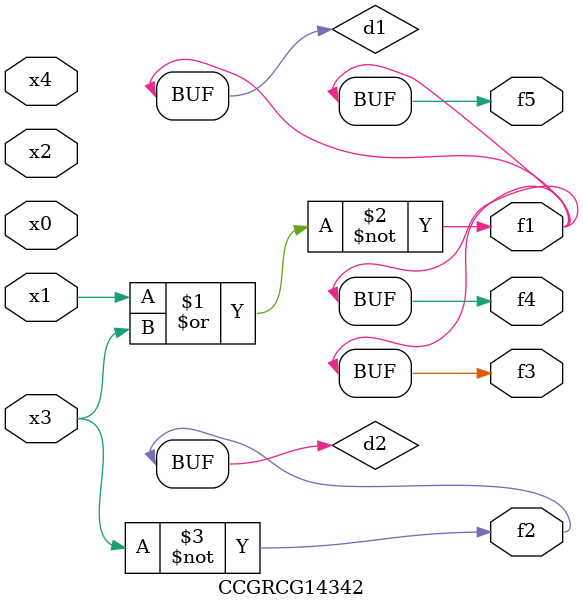
<source format=v>
module CCGRCG14342(
	input x0, x1, x2, x3, x4,
	output f1, f2, f3, f4, f5
);

	wire d1, d2;

	nor (d1, x1, x3);
	not (d2, x3);
	assign f1 = d1;
	assign f2 = d2;
	assign f3 = d1;
	assign f4 = d1;
	assign f5 = d1;
endmodule

</source>
